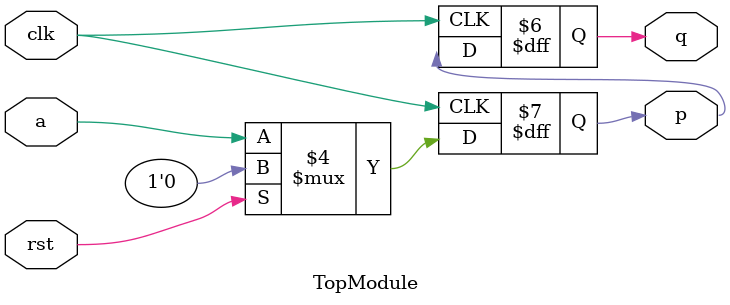
<source format=sv>
module TopModule (
    input logic clk,
    input logic rst,
    input logic a,
    output logic p,
    output logic q
);

    always @(posedge clk) begin
        if (rst) begin
            p <= 1'b0;
        end else begin
            p <= a;
        end
    end

    always @(posedge clk) begin
        q <= p;
    end

endmodule
</source>
